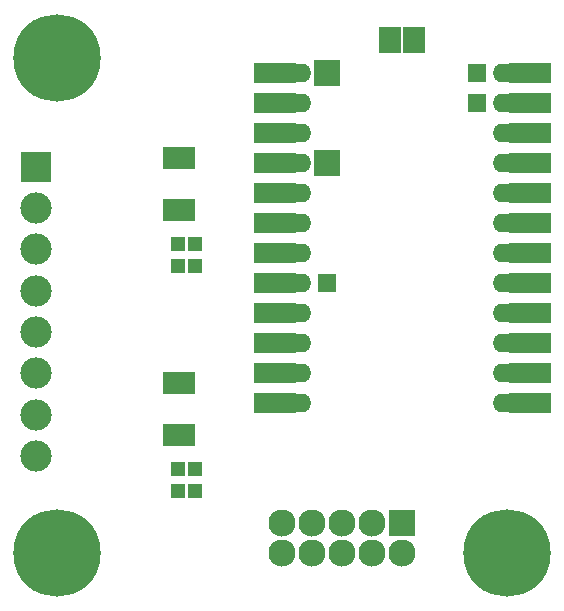
<source format=gts>
G04 #@! TF.FileFunction,Soldermask,Top*
%FSLAX46Y46*%
G04 Gerber Fmt 4.6, Leading zero omitted, Abs format (unit mm)*
G04 Created by KiCad (PCBNEW 4.0.4-stable) date Sunday, November 27, 2016 'PMt' 03:20:47 PM*
%MOMM*%
%LPD*%
G01*
G04 APERTURE LIST*
%ADD10C,0.100000*%
%ADD11O,2.400000X1.600000*%
%ADD12R,3.575000X1.670000*%
%ADD13R,2.178000X2.178000*%
%ADD14R,1.543000X1.543000*%
%ADD15R,1.924000X2.178000*%
%ADD16R,1.200000X1.150000*%
%ADD17R,2.650000X2.650000*%
%ADD18C,2.650000*%
%ADD19R,0.700000X1.850000*%
%ADD20C,7.400000*%
%ADD21C,1.000000*%
%ADD22C,2.300000*%
%ADD23R,2.300000X2.300000*%
G04 APERTURE END LIST*
D10*
D11*
X43180000Y45720000D03*
X25400000Y45720000D03*
X43180000Y43180000D03*
X25400000Y43180000D03*
X43180000Y40640000D03*
X25400000Y40640000D03*
X43180000Y38100000D03*
X25400000Y38100000D03*
X43180000Y35560000D03*
X25400000Y35560000D03*
X43180000Y33020000D03*
X25400000Y33020000D03*
X43180000Y30480000D03*
X25400000Y30480000D03*
X43180000Y27940000D03*
X25400000Y27940000D03*
X43180000Y25400000D03*
X25400000Y25400000D03*
X43180000Y22860000D03*
X25400000Y22860000D03*
X43180000Y20320000D03*
X25400000Y20320000D03*
X43180000Y17780000D03*
X25400000Y17780000D03*
D12*
X23495000Y45720000D03*
X23495000Y43180000D03*
X23495000Y40640000D03*
X23495000Y38100000D03*
X23495000Y35560000D03*
X23495000Y33020000D03*
X23495000Y30480000D03*
X23495000Y27940000D03*
X23495000Y25400000D03*
X23495000Y22860000D03*
X23495000Y20320000D03*
X23495000Y17780000D03*
X45085000Y17780000D03*
X45085000Y20320000D03*
X45085000Y22860000D03*
X45085000Y25400000D03*
X45085000Y27940000D03*
X45085000Y30480000D03*
X45085000Y33020000D03*
X45085000Y35560000D03*
X45085000Y38100000D03*
X45085000Y40640000D03*
X45085000Y43180000D03*
X45085000Y45720000D03*
D13*
X27940000Y45720000D03*
X27940000Y38100000D03*
D14*
X27940000Y27940000D03*
X40640000Y43180000D03*
X40640000Y45720000D03*
D15*
X35306000Y48514000D03*
X33274000Y48514000D03*
D16*
X15280000Y29335000D03*
X16780000Y29335000D03*
X15280000Y10285000D03*
X16780000Y10285000D03*
X15280000Y31240000D03*
X16780000Y31240000D03*
X15280000Y12190000D03*
X16780000Y12190000D03*
D17*
X3330000Y37775000D03*
D18*
X3330000Y34275000D03*
X3330000Y30775000D03*
X3330000Y27275000D03*
X3330000Y23775000D03*
X3330000Y20275000D03*
X3330000Y16775000D03*
X3330000Y13275000D03*
D19*
X16395000Y34120000D03*
X16395000Y38520000D03*
X15895000Y34120000D03*
X15895000Y38520000D03*
X15395000Y34120000D03*
X15395000Y38520000D03*
X14895000Y34120000D03*
X14895000Y38520000D03*
X14395000Y34120000D03*
X14395000Y38520000D03*
X16395000Y15070000D03*
X16395000Y19470000D03*
X15895000Y15070000D03*
X15895000Y19470000D03*
X15395000Y15070000D03*
X15395000Y19470000D03*
X14895000Y15070000D03*
X14895000Y19470000D03*
X14395000Y15070000D03*
X14395000Y19470000D03*
D20*
X43180000Y5080000D03*
D21*
X45805000Y5080000D03*
X45036155Y3223845D03*
X43180000Y2455000D03*
X41323845Y3223845D03*
X40555000Y5080000D03*
X41323845Y6936155D03*
X43180000Y7705000D03*
X45036155Y6936155D03*
D20*
X5080000Y46990000D03*
D21*
X7705000Y46990000D03*
X6936155Y45133845D03*
X5080000Y44365000D03*
X3223845Y45133845D03*
X2455000Y46990000D03*
X3223845Y48846155D03*
X5080000Y49615000D03*
X6936155Y48846155D03*
D20*
X5080000Y5080000D03*
D21*
X7705000Y5080000D03*
X6936155Y3223845D03*
X5080000Y2455000D03*
X3223845Y3223845D03*
X2455000Y5080000D03*
X3223845Y6936155D03*
X5080000Y7705000D03*
X6936155Y6936155D03*
D22*
X34290000Y5080000D03*
D23*
X34290000Y7620000D03*
D22*
X31750000Y5080000D03*
X31750000Y7620000D03*
X29210000Y5080000D03*
X29210000Y7620000D03*
X26670000Y5080000D03*
X26670000Y7620000D03*
X24130000Y5080000D03*
X24130000Y7620000D03*
M02*

</source>
